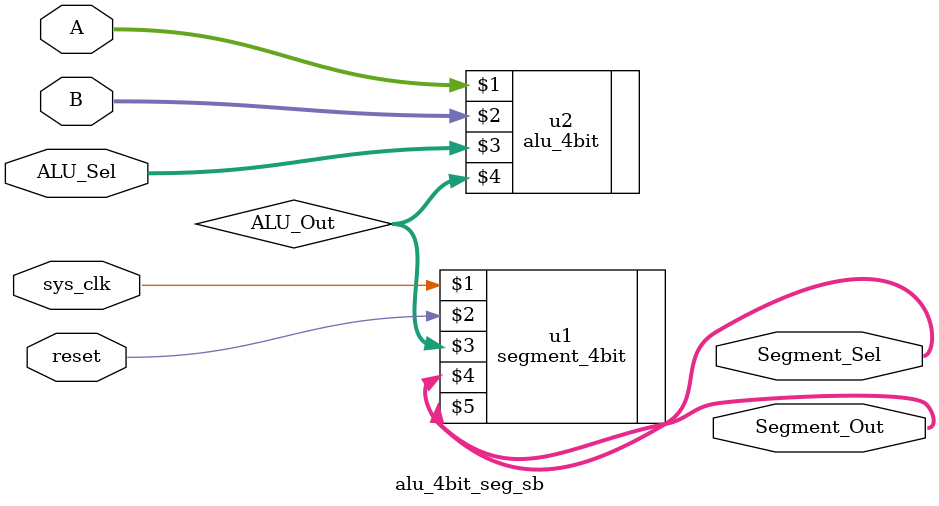
<source format=sv>
module alu_4bit_seg_sb( 
 input sys_clk, reset,          
 input logic [3:0] A,B,               
 input logic [2:0] ALU_Sel,
 output logic [3:0] Segment_Sel,
 output logic [7:0] Segment_Out); 
//
logic [3:0] ALU_Out;
//
segment_4bit u1 (
  sys_clk, reset,
  ALU_Out,
  Segment_Sel,
  Segment_Out);
//
 alu_4bit u2(
  A, B, // ALU 4-bit Inputs                   
  ALU_Sel,  // ALU Selection 
  ALU_Out); // ALU 4-bit Output 
//
endmodule

</source>
